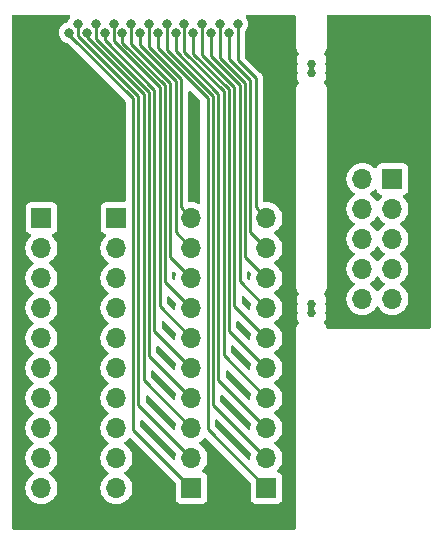
<source format=gbr>
%TF.GenerationSoftware,KiCad,Pcbnew,7.0.10*%
%TF.CreationDate,2024-02-11T00:06:51+01:00*%
%TF.ProjectId,ICOM-Internal-modules,49434f4d-2d49-46e7-9465-726e616c2d6d,rev?*%
%TF.SameCoordinates,Original*%
%TF.FileFunction,Copper,L2,Bot*%
%TF.FilePolarity,Positive*%
%FSLAX46Y46*%
G04 Gerber Fmt 4.6, Leading zero omitted, Abs format (unit mm)*
G04 Created by KiCad (PCBNEW 7.0.10) date 2024-02-11 00:06:51*
%MOMM*%
%LPD*%
G01*
G04 APERTURE LIST*
%TA.AperFunction,ComponentPad*%
%ADD10R,1.700000X1.700000*%
%TD*%
%TA.AperFunction,ComponentPad*%
%ADD11O,1.700000X1.700000*%
%TD*%
%TA.AperFunction,ViaPad*%
%ADD12C,0.800000*%
%TD*%
%TA.AperFunction,Conductor*%
%ADD13C,0.250000*%
%TD*%
G04 APERTURE END LIST*
D10*
%TO.P,J2,1*%
%TO.N,Net-(J1-Pad1)*%
X69850000Y-55880000D03*
D11*
%TO.P,J2,2*%
%TO.N,Net-(J1-Pad3)*%
X69850000Y-58420000D03*
%TO.P,J2,3*%
%TO.N,Net-(J1-Pad5)*%
X69850000Y-60960000D03*
%TO.P,J2,4*%
%TO.N,Net-(J1-Pad7)*%
X69850000Y-63500000D03*
%TO.P,J2,5*%
%TO.N,Net-(J1-Pad9)*%
X69850000Y-66040000D03*
%TO.P,J2,6*%
%TO.N,Net-(J1-Pad11)*%
X69850000Y-68580000D03*
%TO.P,J2,7*%
%TO.N,Net-(J1-Pad13)*%
X69850000Y-71120000D03*
%TO.P,J2,8*%
%TO.N,Net-(J1-Pad15)*%
X69850000Y-73660000D03*
%TO.P,J2,9*%
%TO.N,Net-(J1-Pad17)*%
X69850000Y-76200000D03*
%TO.P,J2,10*%
%TO.N,Net-(J1-Pad19)*%
X69850000Y-78740000D03*
%TD*%
D10*
%TO.P,J4,1*%
%TO.N,Net-(J1-Pad2)*%
X82550000Y-78740000D03*
D11*
%TO.P,J4,2*%
%TO.N,Net-(J1-Pad4)*%
X82550000Y-76200000D03*
%TO.P,J4,3*%
%TO.N,Net-(J1-Pad6)*%
X82550000Y-73660000D03*
%TO.P,J4,4*%
%TO.N,Net-(J1-Pad8)*%
X82550000Y-71120000D03*
%TO.P,J4,5*%
%TO.N,Net-(J1-Pad10)*%
X82550000Y-68580000D03*
%TO.P,J4,6*%
%TO.N,Net-(J1-Pad12)*%
X82550000Y-66040000D03*
%TO.P,J4,7*%
%TO.N,Net-(J1-Pad14)*%
X82550000Y-63500000D03*
%TO.P,J4,8*%
%TO.N,Net-(J1-Pad16)*%
X82550000Y-60960000D03*
%TO.P,J4,9*%
%TO.N,Net-(J1-Pad18)*%
X82550000Y-58420000D03*
%TO.P,J4,10*%
%TO.N,Net-(J1-Pad20)*%
X82550000Y-55880000D03*
%TD*%
D10*
%TO.P,J3,1*%
%TO.N,Net-(J1-Pad21)*%
X76200000Y-55880000D03*
D11*
%TO.P,J3,2*%
%TO.N,Net-(J1-Pad23)*%
X76200000Y-58420000D03*
%TO.P,J3,3*%
%TO.N,Net-(J1-Pad25)*%
X76200000Y-60960000D03*
%TO.P,J3,4*%
%TO.N,Net-(J1-Pad27)*%
X76200000Y-63500000D03*
%TO.P,J3,5*%
%TO.N,Net-(J1-Pad29)*%
X76200000Y-66040000D03*
%TO.P,J3,6*%
%TO.N,Net-(J1-Pad31)*%
X76200000Y-68580000D03*
%TO.P,J3,7*%
%TO.N,Net-(J1-Pad33)*%
X76200000Y-71120000D03*
%TO.P,J3,8*%
%TO.N,Net-(J1-Pad35)*%
X76200000Y-73660000D03*
%TO.P,J3,9*%
%TO.N,Net-(J1-Pad37)*%
X76200000Y-76200000D03*
%TO.P,J3,10*%
%TO.N,Net-(J1-Pad39)*%
X76200000Y-78740000D03*
%TD*%
D10*
%TO.P,J7,1*%
%TO.N,Net-(J6-Pad10)*%
X99568000Y-52557600D03*
D11*
%TO.P,J7,2*%
%TO.N,Net-(J6-Pad9)*%
X97028000Y-52557600D03*
%TO.P,J7,3*%
%TO.N,Net-(J6-Pad8)*%
X99568000Y-55097600D03*
%TO.P,J7,4*%
%TO.N,Net-(J6-Pad7)*%
X97028000Y-55097600D03*
%TO.P,J7,5*%
%TO.N,Net-(J6-Pad6)*%
X99568000Y-57637600D03*
%TO.P,J7,6*%
%TO.N,Net-(J6-Pad5)*%
X97028000Y-57637600D03*
%TO.P,J7,7*%
%TO.N,Net-(J6-Pad4)*%
X99568000Y-60177600D03*
%TO.P,J7,8*%
%TO.N,Net-(J6-Pad3)*%
X97028000Y-60177600D03*
%TO.P,J7,9*%
%TO.N,Net-(J6-Pad2)*%
X99568000Y-62717600D03*
%TO.P,J7,10*%
%TO.N,Net-(J6-Pad1)*%
X97028000Y-62717600D03*
%TD*%
D10*
%TO.P,J5,1*%
%TO.N,Net-(J1-Pad22)*%
X88900000Y-78740000D03*
D11*
%TO.P,J5,2*%
%TO.N,Net-(J1-Pad24)*%
X88900000Y-76200000D03*
%TO.P,J5,3*%
%TO.N,Net-(J1-Pad26)*%
X88900000Y-73660000D03*
%TO.P,J5,4*%
%TO.N,Net-(J1-Pad28)*%
X88900000Y-71120000D03*
%TO.P,J5,5*%
%TO.N,Net-(J1-Pad30)*%
X88900000Y-68580000D03*
%TO.P,J5,6*%
%TO.N,Net-(J1-Pad32)*%
X88900000Y-66040000D03*
%TO.P,J5,7*%
%TO.N,Net-(J1-Pad34)*%
X88900000Y-63500000D03*
%TO.P,J5,8*%
%TO.N,Net-(J1-Pad36)*%
X88900000Y-60960000D03*
%TO.P,J5,9*%
%TO.N,Net-(J1-Pad38)*%
X88900000Y-58420000D03*
%TO.P,J5,10*%
%TO.N,Net-(J1-Pad40)*%
X88900000Y-55880000D03*
%TD*%
D12*
%TO.N,Net-(J1-Pad2)*%
X72208000Y-40182000D03*
%TO.N,Net-(J1-Pad4)*%
X72958000Y-39432000D03*
%TO.N,Net-(J1-Pad6)*%
X73708000Y-40182000D03*
%TO.N,Net-(J1-Pad8)*%
X74458000Y-39432000D03*
%TO.N,Net-(J1-Pad10)*%
X75208000Y-40182000D03*
%TO.N,Net-(J1-Pad12)*%
X75958000Y-39436423D03*
%TO.N,Net-(J1-Pad14)*%
X76708000Y-40182000D03*
%TO.N,Net-(J1-Pad16)*%
X77458000Y-39432000D03*
%TO.N,Net-(J1-Pad18)*%
X78208000Y-40182000D03*
%TO.N,Net-(J1-Pad20)*%
X78958000Y-39432000D03*
%TO.N,Net-(J1-Pad22)*%
X79708000Y-40182000D03*
%TO.N,Net-(J1-Pad24)*%
X80458000Y-39432000D03*
%TO.N,Net-(J1-Pad26)*%
X81208000Y-40182000D03*
%TO.N,Net-(J1-Pad28)*%
X81958000Y-39432000D03*
%TO.N,Net-(J1-Pad30)*%
X82708000Y-40182000D03*
%TO.N,Net-(J1-Pad32)*%
X83458000Y-39432000D03*
%TO.N,Net-(J1-Pad34)*%
X84208000Y-40182000D03*
%TO.N,Net-(J1-Pad36)*%
X84958000Y-39432000D03*
%TO.N,Net-(J1-Pad38)*%
X85708000Y-40182000D03*
%TO.N,Net-(J1-Pad40)*%
X86458000Y-39432000D03*
%TD*%
D13*
%TO.N,Net-(J1-Pad2)*%
X77597000Y-73787000D02*
X77597000Y-45743400D01*
X77597000Y-45743400D02*
X72208000Y-40354400D01*
X72208000Y-40354400D02*
X72208000Y-40182000D01*
X82550000Y-78740000D02*
X77597000Y-73787000D01*
%TO.N,Net-(J1-Pad4)*%
X78047000Y-71697000D02*
X82550000Y-76200000D01*
X72958000Y-39432000D02*
X72958000Y-40468004D01*
X78047000Y-45557004D02*
X78047000Y-71697000D01*
X72958000Y-40468004D02*
X78047000Y-45557004D01*
%TO.N,Net-(J1-Pad6)*%
X78497000Y-45370608D02*
X73708000Y-40581608D01*
X73708000Y-40581608D02*
X73708000Y-40182000D01*
X82550000Y-73660000D02*
X78497000Y-69607000D01*
X78497000Y-69607000D02*
X78497000Y-45370608D01*
%TO.N,Net-(J1-Pad8)*%
X74458000Y-39432000D02*
X74458000Y-40695212D01*
X74458000Y-40695212D02*
X78947000Y-45184212D01*
X78947000Y-45184212D02*
X78947000Y-67517000D01*
X78947000Y-67517000D02*
X82550000Y-71120000D01*
%TO.N,Net-(J1-Pad10)*%
X79397000Y-65427000D02*
X79397000Y-44997816D01*
X75208000Y-40808816D02*
X75208000Y-40182000D01*
X82550000Y-68580000D02*
X79397000Y-65427000D01*
X79397000Y-44997816D02*
X75208000Y-40808816D01*
%TO.N,Net-(J1-Pad12)*%
X75958000Y-40922420D02*
X79847000Y-44811420D01*
X79847000Y-63337000D02*
X82550000Y-66040000D01*
X75958000Y-39436423D02*
X75958000Y-40922420D01*
X79847000Y-44811420D02*
X79847000Y-63337000D01*
%TO.N,Net-(J1-Pad14)*%
X80297000Y-44625024D02*
X76708000Y-41036024D01*
X80297000Y-61247000D02*
X80297000Y-44625024D01*
X82550000Y-63500000D02*
X80297000Y-61247000D01*
X76708000Y-41036024D02*
X76708000Y-40182000D01*
%TO.N,Net-(J1-Pad16)*%
X77458000Y-39432000D02*
X77458000Y-41149628D01*
X80747000Y-44438628D02*
X80747000Y-59157000D01*
X77458000Y-41149628D02*
X80747000Y-44438628D01*
X80747000Y-59157000D02*
X82550000Y-60960000D01*
%TO.N,Net-(J1-Pad18)*%
X78208000Y-41263232D02*
X78208000Y-40182000D01*
X82550000Y-58420000D02*
X81197000Y-57067000D01*
X81197000Y-57067000D02*
X81197000Y-44252232D01*
X81197000Y-44252232D02*
X78208000Y-41263232D01*
%TO.N,Net-(J1-Pad20)*%
X78933000Y-39457000D02*
X78958000Y-39432000D01*
X78933000Y-41351836D02*
X78933000Y-39457000D01*
X78933000Y-41351836D02*
X81647000Y-44065836D01*
X81647000Y-44065836D02*
X81647000Y-54977000D01*
X82550000Y-55880000D02*
X81647000Y-54977000D01*
%TO.N,Net-(J1-Pad22)*%
X79708000Y-41490440D02*
X79708000Y-40182000D01*
X88900000Y-78740000D02*
X83921600Y-73761600D01*
X83921600Y-73761600D02*
X83921600Y-45704040D01*
X83921600Y-45704040D02*
X79708000Y-41490440D01*
%TO.N,Net-(J1-Pad24)*%
X88900000Y-76200000D02*
X84371600Y-71671600D01*
X80458000Y-41604044D02*
X84371600Y-45517644D01*
X84371600Y-45517644D02*
X84371600Y-71671600D01*
X80458000Y-41604044D02*
X80458000Y-39432000D01*
%TO.N,Net-(J1-Pad26)*%
X81208000Y-40182000D02*
X81208000Y-41717648D01*
X84821600Y-45331248D02*
X81208000Y-41717648D01*
X84821600Y-69581600D02*
X88900000Y-73660000D01*
X84821600Y-69581600D02*
X84821600Y-45331248D01*
%TO.N,Net-(J1-Pad28)*%
X81958000Y-39432000D02*
X81958000Y-41831252D01*
X85271600Y-45144852D02*
X85271600Y-67491600D01*
X85271600Y-67491600D02*
X88900000Y-71120000D01*
X81958000Y-41831252D02*
X85271600Y-45144852D01*
%TO.N,Net-(J1-Pad30)*%
X82708000Y-40182000D02*
X82708000Y-41944856D01*
X85721600Y-65401600D02*
X88900000Y-68580000D01*
X85721600Y-44958456D02*
X82708000Y-41944856D01*
X85721600Y-65401600D02*
X85721600Y-44958456D01*
%TO.N,Net-(J1-Pad32)*%
X83458000Y-42058460D02*
X86171600Y-44772060D01*
X88900000Y-66040000D02*
X86171600Y-63311600D01*
X86171600Y-44772060D02*
X86171600Y-63311600D01*
X83458000Y-42058460D02*
X83458000Y-39432000D01*
%TO.N,Net-(J1-Pad34)*%
X86621600Y-61221600D02*
X86621600Y-44585664D01*
X84208000Y-40182000D02*
X84208000Y-42172064D01*
X86621600Y-61221600D02*
X88900000Y-63500000D01*
X86621600Y-44585664D02*
X84208000Y-42172064D01*
%TO.N,Net-(J1-Pad36)*%
X84983000Y-39457000D02*
X84983000Y-42310668D01*
X87071600Y-44399268D02*
X87071600Y-59131600D01*
X87071600Y-59131600D02*
X88900000Y-60960000D01*
X84983000Y-42310668D02*
X87071600Y-44399268D01*
X84958000Y-39432000D02*
X84983000Y-39457000D01*
%TO.N,Net-(J1-Pad38)*%
X87521600Y-57041600D02*
X88900000Y-58420000D01*
X87521600Y-44212872D02*
X85708000Y-42399272D01*
X85708000Y-40182000D02*
X85708000Y-42399272D01*
X87521600Y-57041600D02*
X87521600Y-44212872D01*
%TO.N,Net-(J1-Pad40)*%
X86458000Y-42512876D02*
X87971600Y-44026476D01*
X86458000Y-42512876D02*
X86458000Y-39432000D01*
X88900000Y-55880000D02*
X87971600Y-54951600D01*
X87971600Y-44026476D02*
X87971600Y-54951600D01*
%TD*%
%TA.AperFunction,NonConductor*%
G36*
X92911825Y-42472040D02*
G01*
X92961784Y-42520885D01*
X92972606Y-42546600D01*
X93000045Y-42640051D01*
X93062968Y-42737961D01*
X93082652Y-42805001D01*
X93062968Y-42872039D01*
X93000045Y-42969949D01*
X92959500Y-43108036D01*
X92959500Y-43251963D01*
X93000045Y-43390050D01*
X93062968Y-43487961D01*
X93082652Y-43555001D01*
X93062968Y-43622039D01*
X93000045Y-43719949D01*
X92972606Y-43813399D01*
X92934831Y-43872177D01*
X92871275Y-43901202D01*
X92843390Y-43902041D01*
X92768897Y-43895868D01*
X92710000Y-43890988D01*
X92709999Y-43890988D01*
X92576609Y-43902041D01*
X92508173Y-43887959D01*
X92458214Y-43839114D01*
X92447393Y-43813398D01*
X92419954Y-43719949D01*
X92419953Y-43719948D01*
X92419953Y-43719947D01*
X92357031Y-43622039D01*
X92337347Y-43555000D01*
X92357032Y-43487961D01*
X92357032Y-43487960D01*
X92419953Y-43390053D01*
X92460500Y-43251961D01*
X92460500Y-43108039D01*
X92419953Y-42969947D01*
X92357031Y-42872039D01*
X92337347Y-42805000D01*
X92357032Y-42737961D01*
X92357032Y-42737960D01*
X92419953Y-42640053D01*
X92447393Y-42546601D01*
X92485167Y-42487823D01*
X92548722Y-42458797D01*
X92576610Y-42457959D01*
X92709994Y-42469012D01*
X92710000Y-42469012D01*
X92710006Y-42469012D01*
X92843389Y-42457959D01*
X92911825Y-42472040D01*
G37*
%TD.AperFunction*%
%TA.AperFunction,NonConductor*%
G36*
X82477703Y-45145179D02*
G01*
X82484181Y-45151211D01*
X83259781Y-45926811D01*
X83293266Y-45988134D01*
X83296100Y-46014492D01*
X83296100Y-54543158D01*
X83276415Y-54610197D01*
X83223611Y-54655952D01*
X83154453Y-54665896D01*
X83119696Y-54655540D01*
X83013669Y-54606099D01*
X83013655Y-54606094D01*
X82785413Y-54544938D01*
X82785403Y-54544936D01*
X82550001Y-54524341D01*
X82549998Y-54524341D01*
X82407307Y-54536825D01*
X82338807Y-54523058D01*
X82288624Y-54474443D01*
X82272500Y-54413297D01*
X82272500Y-45238892D01*
X82292185Y-45171853D01*
X82344989Y-45126098D01*
X82414147Y-45116154D01*
X82477703Y-45145179D01*
G37*
%TD.AperFunction*%
%TA.AperFunction,NonConductor*%
G36*
X87452303Y-60397339D02*
G01*
X87458781Y-60403371D01*
X87559762Y-60504352D01*
X87593247Y-60565675D01*
X87591856Y-60624126D01*
X87564938Y-60724586D01*
X87564936Y-60724596D01*
X87544341Y-60959999D01*
X87544341Y-60960388D01*
X87544292Y-60960553D01*
X87543869Y-60965394D01*
X87542896Y-60965308D01*
X87524656Y-61027427D01*
X87471852Y-61073182D01*
X87402694Y-61083126D01*
X87339138Y-61054101D01*
X87332660Y-61048069D01*
X87283419Y-60998828D01*
X87249934Y-60937505D01*
X87247100Y-60911147D01*
X87247100Y-60491052D01*
X87266785Y-60424013D01*
X87319589Y-60378258D01*
X87388747Y-60368314D01*
X87452303Y-60397339D01*
G37*
%TD.AperFunction*%
%TA.AperFunction,NonConductor*%
G36*
X81127703Y-60422739D02*
G01*
X81134181Y-60428771D01*
X81209762Y-60504352D01*
X81243247Y-60565675D01*
X81241856Y-60624126D01*
X81214938Y-60724586D01*
X81214936Y-60724596D01*
X81194341Y-60959999D01*
X81194341Y-60960388D01*
X81194292Y-60960553D01*
X81193869Y-60965394D01*
X81192896Y-60965308D01*
X81174656Y-61027427D01*
X81121852Y-61073182D01*
X81052694Y-61083126D01*
X80989138Y-61054101D01*
X80982660Y-61048069D01*
X80958819Y-61024228D01*
X80925334Y-60962905D01*
X80922500Y-60936547D01*
X80922500Y-60516452D01*
X80942185Y-60449413D01*
X80994989Y-60403658D01*
X81064147Y-60393714D01*
X81127703Y-60422739D01*
G37*
%TD.AperFunction*%
%TA.AperFunction,NonConductor*%
G36*
X87002303Y-62487339D02*
G01*
X87008781Y-62493371D01*
X87559762Y-63044352D01*
X87593247Y-63105675D01*
X87591856Y-63164126D01*
X87564938Y-63264586D01*
X87564936Y-63264596D01*
X87544341Y-63499999D01*
X87544341Y-63500388D01*
X87544292Y-63500553D01*
X87543869Y-63505394D01*
X87542896Y-63505308D01*
X87524656Y-63567427D01*
X87471852Y-63613182D01*
X87402694Y-63623126D01*
X87339138Y-63594101D01*
X87332660Y-63588069D01*
X86833419Y-63088828D01*
X86799934Y-63027505D01*
X86797100Y-63001147D01*
X86797100Y-62581052D01*
X86816785Y-62514013D01*
X86869589Y-62468258D01*
X86938747Y-62458314D01*
X87002303Y-62487339D01*
G37*
%TD.AperFunction*%
%TA.AperFunction,NonConductor*%
G36*
X80677703Y-62512739D02*
G01*
X80684181Y-62518771D01*
X81209762Y-63044352D01*
X81243247Y-63105675D01*
X81241856Y-63164126D01*
X81214938Y-63264586D01*
X81214936Y-63264596D01*
X81194341Y-63499999D01*
X81194341Y-63500388D01*
X81194292Y-63500553D01*
X81193869Y-63505394D01*
X81192896Y-63505308D01*
X81174656Y-63567427D01*
X81121852Y-63613182D01*
X81052694Y-63623126D01*
X80989138Y-63594101D01*
X80982660Y-63588069D01*
X80508819Y-63114228D01*
X80475334Y-63052905D01*
X80472500Y-63026547D01*
X80472500Y-62606452D01*
X80492185Y-62539413D01*
X80544989Y-62493658D01*
X80614147Y-62483714D01*
X80677703Y-62512739D01*
G37*
%TD.AperFunction*%
%TA.AperFunction,NonConductor*%
G36*
X92599268Y-62779836D02*
G01*
X92709994Y-62789012D01*
X92710000Y-62789012D01*
X92710006Y-62789012D01*
X92831674Y-62778930D01*
X92900110Y-62793011D01*
X92950069Y-62841856D01*
X92960891Y-62867571D01*
X92988045Y-62960051D01*
X93050968Y-63057961D01*
X93070652Y-63125001D01*
X93050968Y-63192039D01*
X92988045Y-63289949D01*
X92947500Y-63428036D01*
X92947500Y-63571963D01*
X92988045Y-63710050D01*
X93050968Y-63807961D01*
X93070652Y-63875001D01*
X93050968Y-63942039D01*
X92988046Y-64039948D01*
X92960891Y-64132429D01*
X92923116Y-64191206D01*
X92859560Y-64220231D01*
X92831675Y-64221070D01*
X92774772Y-64216355D01*
X92710000Y-64210988D01*
X92709997Y-64210988D01*
X92709995Y-64210988D01*
X92709994Y-64210988D01*
X92564895Y-64223011D01*
X92496459Y-64208930D01*
X92446500Y-64160085D01*
X92435678Y-64134369D01*
X92407954Y-64039949D01*
X92407953Y-64039948D01*
X92407953Y-64039947D01*
X92345031Y-63942039D01*
X92325347Y-63875000D01*
X92345032Y-63807961D01*
X92345032Y-63807960D01*
X92407953Y-63710053D01*
X92448500Y-63571961D01*
X92448500Y-63428039D01*
X92435612Y-63384146D01*
X92407954Y-63289949D01*
X92407953Y-63289948D01*
X92407953Y-63289947D01*
X92345031Y-63192039D01*
X92325347Y-63125000D01*
X92345032Y-63057961D01*
X92345032Y-63057960D01*
X92353777Y-63044352D01*
X92407953Y-62960053D01*
X92435678Y-62865630D01*
X92473452Y-62806852D01*
X92537007Y-62777826D01*
X92564893Y-62776988D01*
X92599268Y-62779836D01*
G37*
%TD.AperFunction*%
%TA.AperFunction,NonConductor*%
G36*
X102766539Y-38674185D02*
G01*
X102812294Y-38726989D01*
X102823500Y-38778500D01*
X102823500Y-65107500D01*
X102803815Y-65174539D01*
X102751011Y-65220294D01*
X102699500Y-65231500D01*
X94087291Y-65231500D01*
X94020252Y-65211815D01*
X93974497Y-65159011D01*
X93970010Y-65147763D01*
X93919799Y-65001505D01*
X93919748Y-65001356D01*
X93815907Y-64809475D01*
X93815904Y-64809471D01*
X93815901Y-64809466D01*
X93787755Y-64773304D01*
X93762112Y-64708310D01*
X93775678Y-64639771D01*
X93804403Y-64603431D01*
X93830143Y-64581128D01*
X93907953Y-64460053D01*
X93948500Y-64321961D01*
X93948500Y-64178039D01*
X93939417Y-64147107D01*
X93907954Y-64039949D01*
X93907953Y-64039948D01*
X93907953Y-64039947D01*
X93845031Y-63942039D01*
X93825347Y-63875000D01*
X93845032Y-63807961D01*
X93845032Y-63807960D01*
X93907953Y-63710053D01*
X93948500Y-63571961D01*
X93948500Y-63428039D01*
X93935612Y-63384146D01*
X93907954Y-63289949D01*
X93907953Y-63289948D01*
X93907953Y-63289947D01*
X93845031Y-63192039D01*
X93825347Y-63125000D01*
X93845032Y-63057961D01*
X93845032Y-63057960D01*
X93853777Y-63044352D01*
X93907953Y-62960053D01*
X93948500Y-62821961D01*
X93948500Y-62717600D01*
X95672341Y-62717600D01*
X95692936Y-62953003D01*
X95692938Y-62953013D01*
X95754094Y-63181255D01*
X95754096Y-63181259D01*
X95754097Y-63181263D01*
X95834004Y-63352623D01*
X95853965Y-63395430D01*
X95853967Y-63395434D01*
X95962281Y-63550121D01*
X95989505Y-63589001D01*
X96156599Y-63756095D01*
X96230670Y-63807960D01*
X96350165Y-63891632D01*
X96350167Y-63891633D01*
X96350170Y-63891635D01*
X96564337Y-63991503D01*
X96792592Y-64052663D01*
X96980918Y-64069139D01*
X97027999Y-64073259D01*
X97028000Y-64073259D01*
X97028001Y-64073259D01*
X97067234Y-64069826D01*
X97263408Y-64052663D01*
X97491663Y-63991503D01*
X97705830Y-63891635D01*
X97899401Y-63756095D01*
X98066495Y-63589001D01*
X98196425Y-63403442D01*
X98251002Y-63359817D01*
X98320500Y-63352623D01*
X98382855Y-63384146D01*
X98399575Y-63403442D01*
X98529500Y-63588995D01*
X98529505Y-63589001D01*
X98696599Y-63756095D01*
X98770670Y-63807960D01*
X98890165Y-63891632D01*
X98890167Y-63891633D01*
X98890170Y-63891635D01*
X99104337Y-63991503D01*
X99332592Y-64052663D01*
X99520918Y-64069139D01*
X99567999Y-64073259D01*
X99568000Y-64073259D01*
X99568001Y-64073259D01*
X99607234Y-64069826D01*
X99803408Y-64052663D01*
X100031663Y-63991503D01*
X100245830Y-63891635D01*
X100439401Y-63756095D01*
X100606495Y-63589001D01*
X100742035Y-63395430D01*
X100841903Y-63181263D01*
X100903063Y-62953008D01*
X100923659Y-62717600D01*
X100903063Y-62482192D01*
X100848082Y-62276998D01*
X100841905Y-62253944D01*
X100841904Y-62253943D01*
X100841903Y-62253937D01*
X100742035Y-62039771D01*
X100736425Y-62031758D01*
X100606494Y-61846197D01*
X100439402Y-61679106D01*
X100439396Y-61679101D01*
X100253842Y-61549175D01*
X100210217Y-61494598D01*
X100203023Y-61425100D01*
X100234546Y-61362745D01*
X100253842Y-61346025D01*
X100303243Y-61311434D01*
X100439401Y-61216095D01*
X100606495Y-61049001D01*
X100742035Y-60855430D01*
X100841903Y-60641263D01*
X100903063Y-60413008D01*
X100923659Y-60177600D01*
X100903063Y-59942192D01*
X100841903Y-59713937D01*
X100742035Y-59499771D01*
X100736425Y-59491758D01*
X100606494Y-59306197D01*
X100439402Y-59139106D01*
X100439396Y-59139101D01*
X100253842Y-59009175D01*
X100210217Y-58954598D01*
X100203023Y-58885100D01*
X100234546Y-58822745D01*
X100253842Y-58806025D01*
X100276026Y-58790491D01*
X100439401Y-58676095D01*
X100606495Y-58509001D01*
X100742035Y-58315430D01*
X100841903Y-58101263D01*
X100903063Y-57873008D01*
X100923659Y-57637600D01*
X100903063Y-57402192D01*
X100841903Y-57173937D01*
X100742035Y-56959771D01*
X100736425Y-56951758D01*
X100606494Y-56766197D01*
X100439402Y-56599106D01*
X100439396Y-56599101D01*
X100253842Y-56469175D01*
X100210217Y-56414598D01*
X100203023Y-56345100D01*
X100234546Y-56282745D01*
X100253842Y-56266025D01*
X100276026Y-56250491D01*
X100439401Y-56136095D01*
X100606495Y-55969001D01*
X100742035Y-55775430D01*
X100841903Y-55561263D01*
X100903063Y-55333008D01*
X100923659Y-55097600D01*
X100903063Y-54862192D01*
X100852224Y-54672455D01*
X100841905Y-54633944D01*
X100841904Y-54633943D01*
X100841903Y-54633937D01*
X100742035Y-54419771D01*
X100736424Y-54411758D01*
X100606496Y-54226200D01*
X100606493Y-54226197D01*
X100484567Y-54104271D01*
X100451084Y-54042951D01*
X100456068Y-53973259D01*
X100497939Y-53917325D01*
X100528915Y-53900410D01*
X100660331Y-53851396D01*
X100775546Y-53765146D01*
X100861796Y-53649931D01*
X100912091Y-53515083D01*
X100918500Y-53455473D01*
X100918499Y-51659728D01*
X100912091Y-51600117D01*
X100910810Y-51596683D01*
X100861797Y-51465271D01*
X100861793Y-51465264D01*
X100775547Y-51350055D01*
X100775544Y-51350052D01*
X100660335Y-51263806D01*
X100660328Y-51263802D01*
X100525482Y-51213508D01*
X100525483Y-51213508D01*
X100465883Y-51207101D01*
X100465881Y-51207100D01*
X100465873Y-51207100D01*
X100465864Y-51207100D01*
X98670129Y-51207100D01*
X98670123Y-51207101D01*
X98610516Y-51213508D01*
X98475671Y-51263802D01*
X98475664Y-51263806D01*
X98360455Y-51350052D01*
X98360452Y-51350055D01*
X98274206Y-51465264D01*
X98274203Y-51465269D01*
X98225189Y-51596683D01*
X98183317Y-51652616D01*
X98117853Y-51677033D01*
X98049580Y-51662181D01*
X98021326Y-51641030D01*
X97899402Y-51519106D01*
X97899395Y-51519101D01*
X97705834Y-51383567D01*
X97705830Y-51383565D01*
X97705828Y-51383564D01*
X97491663Y-51283697D01*
X97491659Y-51283696D01*
X97491655Y-51283694D01*
X97263413Y-51222538D01*
X97263403Y-51222536D01*
X97028001Y-51201941D01*
X97027999Y-51201941D01*
X96792596Y-51222536D01*
X96792586Y-51222538D01*
X96564344Y-51283694D01*
X96564335Y-51283698D01*
X96350171Y-51383564D01*
X96350169Y-51383565D01*
X96156597Y-51519105D01*
X95989505Y-51686197D01*
X95853965Y-51879769D01*
X95853964Y-51879771D01*
X95754098Y-52093935D01*
X95754094Y-52093944D01*
X95692938Y-52322186D01*
X95692936Y-52322196D01*
X95672341Y-52557599D01*
X95672341Y-52557600D01*
X95692936Y-52793003D01*
X95692938Y-52793013D01*
X95754094Y-53021255D01*
X95754096Y-53021259D01*
X95754097Y-53021263D01*
X95838499Y-53202263D01*
X95853965Y-53235430D01*
X95853967Y-53235434D01*
X95989501Y-53428995D01*
X95989506Y-53429002D01*
X96156597Y-53596093D01*
X96156603Y-53596098D01*
X96342158Y-53726025D01*
X96385783Y-53780602D01*
X96392977Y-53850100D01*
X96361454Y-53912455D01*
X96342158Y-53929175D01*
X96156597Y-54059105D01*
X95989505Y-54226197D01*
X95853965Y-54419769D01*
X95853964Y-54419771D01*
X95754098Y-54633935D01*
X95754094Y-54633944D01*
X95692938Y-54862186D01*
X95692936Y-54862196D01*
X95672341Y-55097599D01*
X95672341Y-55097600D01*
X95692936Y-55333003D01*
X95692938Y-55333013D01*
X95754094Y-55561255D01*
X95754096Y-55561259D01*
X95754097Y-55561263D01*
X95792954Y-55644592D01*
X95853965Y-55775430D01*
X95853967Y-55775434D01*
X95927185Y-55879999D01*
X95989501Y-55968996D01*
X95989506Y-55969002D01*
X96156597Y-56136093D01*
X96156603Y-56136098D01*
X96342158Y-56266025D01*
X96385783Y-56320602D01*
X96392977Y-56390100D01*
X96361454Y-56452455D01*
X96342158Y-56469175D01*
X96156597Y-56599105D01*
X95989505Y-56766197D01*
X95853965Y-56959769D01*
X95853964Y-56959771D01*
X95754098Y-57173935D01*
X95754094Y-57173944D01*
X95692938Y-57402186D01*
X95692936Y-57402196D01*
X95672341Y-57637599D01*
X95672341Y-57637600D01*
X95692936Y-57873003D01*
X95692938Y-57873013D01*
X95754094Y-58101255D01*
X95754096Y-58101259D01*
X95754097Y-58101263D01*
X95792954Y-58184592D01*
X95853965Y-58315430D01*
X95853967Y-58315434D01*
X95927185Y-58419999D01*
X95989501Y-58508996D01*
X95989506Y-58509002D01*
X96156597Y-58676093D01*
X96156603Y-58676098D01*
X96342158Y-58806025D01*
X96385783Y-58860602D01*
X96392977Y-58930100D01*
X96361454Y-58992455D01*
X96342158Y-59009175D01*
X96156597Y-59139105D01*
X95989505Y-59306197D01*
X95853965Y-59499769D01*
X95853964Y-59499771D01*
X95754098Y-59713935D01*
X95754094Y-59713944D01*
X95692938Y-59942186D01*
X95692936Y-59942196D01*
X95672341Y-60177599D01*
X95672341Y-60177600D01*
X95692936Y-60413003D01*
X95692938Y-60413013D01*
X95754094Y-60641255D01*
X95754096Y-60641259D01*
X95754097Y-60641263D01*
X95792954Y-60724592D01*
X95853965Y-60855430D01*
X95853967Y-60855434D01*
X95946728Y-60987909D01*
X95989501Y-61048996D01*
X95989506Y-61049002D01*
X96156597Y-61216093D01*
X96156603Y-61216098D01*
X96342158Y-61346025D01*
X96385783Y-61400602D01*
X96392977Y-61470100D01*
X96361454Y-61532455D01*
X96342158Y-61549175D01*
X96156597Y-61679105D01*
X95989505Y-61846197D01*
X95853965Y-62039769D01*
X95853964Y-62039771D01*
X95754098Y-62253935D01*
X95754094Y-62253944D01*
X95692938Y-62482186D01*
X95692936Y-62482196D01*
X95672341Y-62717599D01*
X95672341Y-62717600D01*
X93948500Y-62717600D01*
X93948500Y-62678039D01*
X93933983Y-62628597D01*
X93907954Y-62539949D01*
X93891286Y-62514013D01*
X93830143Y-62418872D01*
X93804405Y-62396570D01*
X93766630Y-62337792D01*
X93766630Y-62267923D01*
X93787752Y-62226697D01*
X93815907Y-62190525D01*
X93919748Y-61998644D01*
X93990589Y-61792289D01*
X94026500Y-61577088D01*
X94026500Y-61468000D01*
X94026500Y-61420405D01*
X94026500Y-45184156D01*
X94026500Y-45102912D01*
X93990589Y-44887711D01*
X93919748Y-44681356D01*
X93815907Y-44489475D01*
X93792586Y-44459513D01*
X93766945Y-44394519D01*
X93780512Y-44325979D01*
X93809235Y-44289641D01*
X93842143Y-44261128D01*
X93919953Y-44140053D01*
X93960500Y-44001961D01*
X93960500Y-43858039D01*
X93950400Y-43823641D01*
X93919954Y-43719949D01*
X93919953Y-43719948D01*
X93919953Y-43719947D01*
X93857031Y-43622039D01*
X93837347Y-43555000D01*
X93857032Y-43487961D01*
X93857032Y-43487960D01*
X93919953Y-43390053D01*
X93960500Y-43251961D01*
X93960500Y-43108039D01*
X93919953Y-42969947D01*
X93857031Y-42872039D01*
X93837347Y-42805000D01*
X93857032Y-42737961D01*
X93857032Y-42737960D01*
X93919953Y-42640053D01*
X93960500Y-42501961D01*
X93960500Y-42358039D01*
X93919953Y-42219947D01*
X93842143Y-42098872D01*
X93809237Y-42070359D01*
X93771464Y-42011581D01*
X93771464Y-41941712D01*
X93792588Y-41900484D01*
X93815907Y-41870525D01*
X93919748Y-41678644D01*
X93990589Y-41472289D01*
X94026500Y-41257088D01*
X94026500Y-41148000D01*
X94026500Y-41100405D01*
X94026500Y-38778500D01*
X94046185Y-38711461D01*
X94098989Y-38665706D01*
X94150500Y-38654500D01*
X102699500Y-38654500D01*
X102766539Y-38674185D01*
G37*
%TD.AperFunction*%
%TA.AperFunction,NonConductor*%
G36*
X98152340Y-53445668D02*
G01*
X98208274Y-53487539D01*
X98225189Y-53518517D01*
X98274202Y-53649928D01*
X98274206Y-53649935D01*
X98360452Y-53765144D01*
X98360455Y-53765147D01*
X98475664Y-53851393D01*
X98475671Y-53851397D01*
X98607081Y-53900410D01*
X98663015Y-53942281D01*
X98687432Y-54007745D01*
X98672580Y-54076018D01*
X98651430Y-54104273D01*
X98529503Y-54226200D01*
X98399575Y-54411758D01*
X98344998Y-54455383D01*
X98275500Y-54462577D01*
X98213145Y-54431054D01*
X98196425Y-54411758D01*
X98066494Y-54226197D01*
X97899402Y-54059106D01*
X97899396Y-54059101D01*
X97713842Y-53929175D01*
X97670217Y-53874598D01*
X97663023Y-53805100D01*
X97694546Y-53742745D01*
X97713842Y-53726025D01*
X97736026Y-53710491D01*
X97899401Y-53596095D01*
X98021329Y-53474166D01*
X98082648Y-53440684D01*
X98152340Y-53445668D01*
G37*
%TD.AperFunction*%
%TA.AperFunction,NonConductor*%
G36*
X98382855Y-55764146D02*
G01*
X98399575Y-55783442D01*
X98529501Y-55968996D01*
X98529506Y-55969002D01*
X98696597Y-56136093D01*
X98696603Y-56136098D01*
X98882158Y-56266025D01*
X98925783Y-56320602D01*
X98932977Y-56390100D01*
X98901454Y-56452455D01*
X98882158Y-56469175D01*
X98696597Y-56599105D01*
X98529505Y-56766197D01*
X98399575Y-56951758D01*
X98344998Y-56995383D01*
X98275500Y-57002577D01*
X98213145Y-56971054D01*
X98196425Y-56951758D01*
X98066494Y-56766197D01*
X97899402Y-56599106D01*
X97899396Y-56599101D01*
X97713842Y-56469175D01*
X97670217Y-56414598D01*
X97663023Y-56345100D01*
X97694546Y-56282745D01*
X97713842Y-56266025D01*
X97736026Y-56250491D01*
X97899401Y-56136095D01*
X98066495Y-55969001D01*
X98196425Y-55783442D01*
X98251002Y-55739817D01*
X98320500Y-55732623D01*
X98382855Y-55764146D01*
G37*
%TD.AperFunction*%
%TA.AperFunction,NonConductor*%
G36*
X98382855Y-58304146D02*
G01*
X98399575Y-58323442D01*
X98529501Y-58508996D01*
X98529506Y-58509002D01*
X98696597Y-58676093D01*
X98696603Y-58676098D01*
X98882158Y-58806025D01*
X98925783Y-58860602D01*
X98932977Y-58930100D01*
X98901454Y-58992455D01*
X98882158Y-59009175D01*
X98696597Y-59139105D01*
X98529505Y-59306197D01*
X98399575Y-59491758D01*
X98344998Y-59535383D01*
X98275500Y-59542577D01*
X98213145Y-59511054D01*
X98196425Y-59491758D01*
X98066494Y-59306197D01*
X97899402Y-59139106D01*
X97899396Y-59139101D01*
X97713842Y-59009175D01*
X97670217Y-58954598D01*
X97663023Y-58885100D01*
X97694546Y-58822745D01*
X97713842Y-58806025D01*
X97736026Y-58790491D01*
X97899401Y-58676095D01*
X98066495Y-58509001D01*
X98196425Y-58323442D01*
X98251002Y-58279817D01*
X98320500Y-58272623D01*
X98382855Y-58304146D01*
G37*
%TD.AperFunction*%
%TA.AperFunction,NonConductor*%
G36*
X98382855Y-60844146D02*
G01*
X98399575Y-60863442D01*
X98529501Y-61048996D01*
X98529506Y-61049002D01*
X98696597Y-61216093D01*
X98696603Y-61216098D01*
X98882158Y-61346025D01*
X98925783Y-61400602D01*
X98932977Y-61470100D01*
X98901454Y-61532455D01*
X98882158Y-61549175D01*
X98696597Y-61679105D01*
X98529505Y-61846197D01*
X98399575Y-62031758D01*
X98344998Y-62075383D01*
X98275500Y-62082577D01*
X98213145Y-62051054D01*
X98196425Y-62031758D01*
X98066494Y-61846197D01*
X97899402Y-61679106D01*
X97899396Y-61679101D01*
X97713842Y-61549175D01*
X97670217Y-61494598D01*
X97663023Y-61425100D01*
X97694546Y-61362745D01*
X97713842Y-61346025D01*
X97763243Y-61311434D01*
X97899401Y-61216095D01*
X98066495Y-61049001D01*
X98196425Y-60863442D01*
X98251002Y-60819817D01*
X98320500Y-60812623D01*
X98382855Y-60844146D01*
G37*
%TD.AperFunction*%
%TA.AperFunction,NonConductor*%
G36*
X86552303Y-64577339D02*
G01*
X86558781Y-64583371D01*
X87559762Y-65584352D01*
X87593247Y-65645675D01*
X87591856Y-65704126D01*
X87564938Y-65804586D01*
X87564936Y-65804596D01*
X87544341Y-66039999D01*
X87544341Y-66040388D01*
X87544292Y-66040553D01*
X87543869Y-66045394D01*
X87542896Y-66045308D01*
X87524656Y-66107427D01*
X87471852Y-66153182D01*
X87402694Y-66163126D01*
X87339138Y-66134101D01*
X87332660Y-66128069D01*
X86383419Y-65178828D01*
X86349934Y-65117505D01*
X86347100Y-65091147D01*
X86347100Y-64671052D01*
X86366785Y-64604013D01*
X86419589Y-64558258D01*
X86488747Y-64548314D01*
X86552303Y-64577339D01*
G37*
%TD.AperFunction*%
%TA.AperFunction,NonConductor*%
G36*
X80227703Y-64602739D02*
G01*
X80234181Y-64608771D01*
X81209762Y-65584352D01*
X81243247Y-65645675D01*
X81241856Y-65704126D01*
X81214938Y-65804586D01*
X81214936Y-65804596D01*
X81194341Y-66039999D01*
X81194341Y-66040388D01*
X81194292Y-66040553D01*
X81193869Y-66045394D01*
X81192896Y-66045308D01*
X81174656Y-66107427D01*
X81121852Y-66153182D01*
X81052694Y-66163126D01*
X80989138Y-66134101D01*
X80982660Y-66128069D01*
X80058819Y-65204228D01*
X80025334Y-65142905D01*
X80022500Y-65116547D01*
X80022500Y-64696452D01*
X80042185Y-64629413D01*
X80094989Y-64583658D01*
X80164147Y-64573714D01*
X80227703Y-64602739D01*
G37*
%TD.AperFunction*%
%TA.AperFunction,NonConductor*%
G36*
X86102303Y-66667339D02*
G01*
X86108779Y-66673369D01*
X86841374Y-67405965D01*
X87559761Y-68124352D01*
X87593246Y-68185675D01*
X87591855Y-68244124D01*
X87564937Y-68344589D01*
X87564937Y-68344590D01*
X87544341Y-68579999D01*
X87544341Y-68580388D01*
X87544292Y-68580553D01*
X87543869Y-68585394D01*
X87542896Y-68585308D01*
X87524656Y-68647427D01*
X87471852Y-68693182D01*
X87402694Y-68703126D01*
X87339138Y-68674101D01*
X87332660Y-68668069D01*
X85933419Y-67268828D01*
X85899934Y-67207505D01*
X85897100Y-67181147D01*
X85897100Y-66761052D01*
X85916785Y-66694013D01*
X85969589Y-66648258D01*
X86038747Y-66638314D01*
X86102303Y-66667339D01*
G37*
%TD.AperFunction*%
%TA.AperFunction,NonConductor*%
G36*
X79777703Y-66692739D02*
G01*
X79784179Y-66698769D01*
X80496984Y-67411575D01*
X81209761Y-68124352D01*
X81243246Y-68185675D01*
X81241855Y-68244124D01*
X81214937Y-68344589D01*
X81214937Y-68344590D01*
X81194341Y-68579999D01*
X81194341Y-68580388D01*
X81194292Y-68580553D01*
X81193869Y-68585394D01*
X81192896Y-68585308D01*
X81174656Y-68647427D01*
X81121852Y-68693182D01*
X81052694Y-68703126D01*
X80989138Y-68674101D01*
X80982660Y-68668069D01*
X79608819Y-67294228D01*
X79575334Y-67232905D01*
X79572500Y-67206547D01*
X79572500Y-66786452D01*
X79592185Y-66719413D01*
X79644989Y-66673658D01*
X79714147Y-66663714D01*
X79777703Y-66692739D01*
G37*
%TD.AperFunction*%
%TA.AperFunction,NonConductor*%
G36*
X85652303Y-68757339D02*
G01*
X85658779Y-68763369D01*
X86643834Y-69748425D01*
X87559761Y-70664352D01*
X87593246Y-70725675D01*
X87591855Y-70784124D01*
X87564937Y-70884589D01*
X87564937Y-70884590D01*
X87544341Y-71119999D01*
X87544341Y-71120388D01*
X87544292Y-71120553D01*
X87543869Y-71125394D01*
X87542896Y-71125308D01*
X87524656Y-71187427D01*
X87471852Y-71233182D01*
X87402694Y-71243126D01*
X87339138Y-71214101D01*
X87332660Y-71208069D01*
X85483419Y-69358828D01*
X85449934Y-69297505D01*
X85447100Y-69271147D01*
X85447100Y-68851052D01*
X85466785Y-68784013D01*
X85519589Y-68738258D01*
X85588747Y-68728314D01*
X85652303Y-68757339D01*
G37*
%TD.AperFunction*%
%TA.AperFunction,NonConductor*%
G36*
X79327703Y-68782739D02*
G01*
X79334179Y-68788769D01*
X80293834Y-69748425D01*
X81209761Y-70664352D01*
X81243246Y-70725675D01*
X81241855Y-70784124D01*
X81214937Y-70884589D01*
X81214937Y-70884590D01*
X81194341Y-71119999D01*
X81194341Y-71120388D01*
X81194292Y-71120553D01*
X81193869Y-71125394D01*
X81192896Y-71125308D01*
X81174656Y-71187427D01*
X81121852Y-71233182D01*
X81052694Y-71243126D01*
X80989138Y-71214101D01*
X80982660Y-71208069D01*
X79158819Y-69384228D01*
X79125334Y-69322905D01*
X79122500Y-69296547D01*
X79122500Y-68876452D01*
X79142185Y-68809413D01*
X79194989Y-68763658D01*
X79264147Y-68753714D01*
X79327703Y-68782739D01*
G37*
%TD.AperFunction*%
%TA.AperFunction,NonConductor*%
G36*
X85202303Y-70847339D02*
G01*
X85208781Y-70853371D01*
X87559762Y-73204352D01*
X87593247Y-73265675D01*
X87591856Y-73324126D01*
X87564938Y-73424586D01*
X87564936Y-73424596D01*
X87544341Y-73659999D01*
X87544341Y-73660388D01*
X87544292Y-73660553D01*
X87543869Y-73665394D01*
X87542896Y-73665308D01*
X87524656Y-73727427D01*
X87471852Y-73773182D01*
X87402694Y-73783126D01*
X87339138Y-73754101D01*
X87332660Y-73748069D01*
X85033419Y-71448828D01*
X84999934Y-71387505D01*
X84997100Y-71361147D01*
X84997100Y-70941052D01*
X85016785Y-70874013D01*
X85069589Y-70828258D01*
X85138747Y-70818314D01*
X85202303Y-70847339D01*
G37*
%TD.AperFunction*%
%TA.AperFunction,NonConductor*%
G36*
X78877703Y-70872739D02*
G01*
X78884181Y-70878771D01*
X81209762Y-73204352D01*
X81243247Y-73265675D01*
X81241856Y-73324126D01*
X81214938Y-73424586D01*
X81214936Y-73424596D01*
X81194341Y-73659999D01*
X81194341Y-73660388D01*
X81194292Y-73660553D01*
X81193869Y-73665394D01*
X81192896Y-73665308D01*
X81174656Y-73727427D01*
X81121852Y-73773182D01*
X81052694Y-73783126D01*
X80989138Y-73754101D01*
X80982660Y-73748069D01*
X78708819Y-71474228D01*
X78675334Y-71412905D01*
X78672500Y-71386547D01*
X78672500Y-70966452D01*
X78692185Y-70899413D01*
X78744989Y-70853658D01*
X78814147Y-70843714D01*
X78877703Y-70872739D01*
G37*
%TD.AperFunction*%
%TA.AperFunction,NonConductor*%
G36*
X84752303Y-72937339D02*
G01*
X84758781Y-72943371D01*
X87559762Y-75744352D01*
X87593247Y-75805675D01*
X87591856Y-75864126D01*
X87564938Y-75964586D01*
X87564936Y-75964596D01*
X87544341Y-76199999D01*
X87544341Y-76200388D01*
X87544292Y-76200553D01*
X87543869Y-76205394D01*
X87542896Y-76205308D01*
X87524656Y-76267427D01*
X87471852Y-76313182D01*
X87402694Y-76323126D01*
X87339138Y-76294101D01*
X87332660Y-76288069D01*
X84583419Y-73538828D01*
X84549934Y-73477505D01*
X84547100Y-73451147D01*
X84547100Y-73031052D01*
X84566785Y-72964013D01*
X84619589Y-72918258D01*
X84688747Y-72908314D01*
X84752303Y-72937339D01*
G37*
%TD.AperFunction*%
%TA.AperFunction,NonConductor*%
G36*
X78427703Y-72962739D02*
G01*
X78434181Y-72968771D01*
X81209762Y-75744352D01*
X81243247Y-75805675D01*
X81241856Y-75864126D01*
X81214938Y-75964586D01*
X81214936Y-75964596D01*
X81194341Y-76199999D01*
X81194341Y-76200388D01*
X81194292Y-76200553D01*
X81193869Y-76205394D01*
X81192896Y-76205308D01*
X81174656Y-76267427D01*
X81121852Y-76313182D01*
X81052694Y-76323126D01*
X80989138Y-76294101D01*
X80982660Y-76288069D01*
X78258819Y-73564228D01*
X78225334Y-73502905D01*
X78222500Y-73476547D01*
X78222500Y-73056452D01*
X78242185Y-72989413D01*
X78294989Y-72943658D01*
X78364147Y-72933714D01*
X78427703Y-72962739D01*
G37*
%TD.AperFunction*%
%TA.AperFunction,NonConductor*%
G36*
X72234852Y-38674185D02*
G01*
X72280607Y-38726989D01*
X72290551Y-38796147D01*
X72261526Y-38859703D01*
X72259963Y-38861472D01*
X72225466Y-38899784D01*
X72130821Y-39063715D01*
X72130819Y-39063719D01*
X72078227Y-39225581D01*
X72038789Y-39283256D01*
X71986079Y-39308552D01*
X71928194Y-39320856D01*
X71928192Y-39320857D01*
X71755270Y-39397848D01*
X71755265Y-39397851D01*
X71602129Y-39509111D01*
X71475466Y-39649785D01*
X71380821Y-39813715D01*
X71380818Y-39813722D01*
X71331921Y-39964214D01*
X71322326Y-39993744D01*
X71302540Y-40182000D01*
X71322326Y-40370256D01*
X71322327Y-40370259D01*
X71380818Y-40550277D01*
X71380821Y-40550284D01*
X71475467Y-40714216D01*
X71602129Y-40854888D01*
X71755265Y-40966148D01*
X71755270Y-40966151D01*
X71928197Y-41043144D01*
X71998890Y-41058170D01*
X72060369Y-41091360D01*
X72060788Y-41091778D01*
X76935181Y-45966171D01*
X76968666Y-46027494D01*
X76971500Y-46053852D01*
X76971500Y-54405500D01*
X76951815Y-54472539D01*
X76899011Y-54518294D01*
X76847500Y-54529500D01*
X75302129Y-54529500D01*
X75302123Y-54529501D01*
X75242516Y-54535908D01*
X75107671Y-54586202D01*
X75107664Y-54586206D01*
X74992455Y-54672452D01*
X74992452Y-54672455D01*
X74906206Y-54787664D01*
X74906202Y-54787671D01*
X74855908Y-54922517D01*
X74849501Y-54982116D01*
X74849501Y-54982123D01*
X74849500Y-54982135D01*
X74849500Y-56777870D01*
X74849501Y-56777876D01*
X74855908Y-56837483D01*
X74906202Y-56972328D01*
X74906206Y-56972335D01*
X74992452Y-57087544D01*
X74992455Y-57087547D01*
X75107664Y-57173793D01*
X75107671Y-57173797D01*
X75239081Y-57222810D01*
X75295015Y-57264681D01*
X75319432Y-57330145D01*
X75304580Y-57398418D01*
X75283430Y-57426673D01*
X75161503Y-57548600D01*
X75025965Y-57742169D01*
X75025964Y-57742171D01*
X74926098Y-57956335D01*
X74926094Y-57956344D01*
X74864938Y-58184586D01*
X74864936Y-58184596D01*
X74844341Y-58419999D01*
X74844341Y-58420000D01*
X74864936Y-58655403D01*
X74864938Y-58655413D01*
X74926094Y-58883655D01*
X74926096Y-58883659D01*
X74926097Y-58883663D01*
X75025965Y-59097830D01*
X75025967Y-59097834D01*
X75161501Y-59291395D01*
X75161506Y-59291402D01*
X75328597Y-59458493D01*
X75328603Y-59458498D01*
X75514158Y-59588425D01*
X75557783Y-59643002D01*
X75564977Y-59712500D01*
X75533454Y-59774855D01*
X75514158Y-59791575D01*
X75328597Y-59921505D01*
X75161505Y-60088597D01*
X75025965Y-60282169D01*
X75025964Y-60282171D01*
X74926098Y-60496335D01*
X74926094Y-60496344D01*
X74864938Y-60724586D01*
X74864936Y-60724596D01*
X74844341Y-60959999D01*
X74844341Y-60960000D01*
X74864936Y-61195403D01*
X74864938Y-61195413D01*
X74926094Y-61423655D01*
X74926096Y-61423659D01*
X74926097Y-61423663D01*
X75021015Y-61627214D01*
X75025965Y-61637830D01*
X75025967Y-61637834D01*
X75161501Y-61831395D01*
X75161506Y-61831402D01*
X75328597Y-61998493D01*
X75328603Y-61998498D01*
X75514158Y-62128425D01*
X75557783Y-62183002D01*
X75564977Y-62252500D01*
X75533454Y-62314855D01*
X75514158Y-62331575D01*
X75328597Y-62461505D01*
X75161505Y-62628597D01*
X75025965Y-62822169D01*
X75025964Y-62822171D01*
X74926098Y-63036335D01*
X74926094Y-63036344D01*
X74864938Y-63264586D01*
X74864936Y-63264596D01*
X74844341Y-63499999D01*
X74844341Y-63500000D01*
X74864936Y-63735403D01*
X74864938Y-63735413D01*
X74926094Y-63963655D01*
X74926096Y-63963659D01*
X74926097Y-63963663D01*
X74961670Y-64039949D01*
X75025965Y-64177830D01*
X75025967Y-64177834D01*
X75161501Y-64371395D01*
X75161506Y-64371402D01*
X75328597Y-64538493D01*
X75328603Y-64538498D01*
X75514158Y-64668425D01*
X75557783Y-64723002D01*
X75564977Y-64792500D01*
X75533454Y-64854855D01*
X75514158Y-64871575D01*
X75328597Y-65001505D01*
X75161505Y-65168597D01*
X75025965Y-65362169D01*
X75025964Y-65362171D01*
X74959925Y-65503793D01*
X74927226Y-65573917D01*
X74926098Y-65576335D01*
X74926094Y-65576344D01*
X74864938Y-65804586D01*
X74864936Y-65804596D01*
X74844341Y-66039999D01*
X74844341Y-66040000D01*
X74864936Y-66275403D01*
X74864938Y-66275413D01*
X74926094Y-66503655D01*
X74926096Y-66503659D01*
X74926097Y-66503663D01*
X74988886Y-66638314D01*
X75025965Y-66717830D01*
X75025967Y-66717834D01*
X75161501Y-66911395D01*
X75161506Y-66911402D01*
X75328597Y-67078493D01*
X75328603Y-67078498D01*
X75514158Y-67208425D01*
X75557783Y-67263002D01*
X75564977Y-67332500D01*
X75533454Y-67394855D01*
X75514158Y-67411575D01*
X75328597Y-67541505D01*
X75161505Y-67708597D01*
X75025965Y-67902169D01*
X75025964Y-67902171D01*
X74926098Y-68116335D01*
X74926094Y-68116344D01*
X74864938Y-68344586D01*
X74864936Y-68344596D01*
X74844341Y-68579999D01*
X74844341Y-68580000D01*
X74864936Y-68815403D01*
X74864938Y-68815413D01*
X74926094Y-69043655D01*
X74926096Y-69043659D01*
X74926097Y-69043663D01*
X75025965Y-69257830D01*
X75025967Y-69257834D01*
X75161501Y-69451395D01*
X75161506Y-69451402D01*
X75328597Y-69618493D01*
X75328603Y-69618498D01*
X75514158Y-69748425D01*
X75557783Y-69803002D01*
X75564977Y-69872500D01*
X75533454Y-69934855D01*
X75514158Y-69951575D01*
X75328597Y-70081505D01*
X75161505Y-70248597D01*
X75025965Y-70442169D01*
X75025964Y-70442171D01*
X74926098Y-70656335D01*
X74926094Y-70656344D01*
X74864938Y-70884586D01*
X74864936Y-70884596D01*
X74844341Y-71119999D01*
X74844341Y-71120000D01*
X74864936Y-71355403D01*
X74864938Y-71355413D01*
X74926094Y-71583655D01*
X74926096Y-71583659D01*
X74926097Y-71583663D01*
X75025965Y-71797830D01*
X75025967Y-71797834D01*
X75161501Y-71991395D01*
X75161506Y-71991402D01*
X75328597Y-72158493D01*
X75328603Y-72158498D01*
X75514158Y-72288425D01*
X75557783Y-72343002D01*
X75564977Y-72412500D01*
X75533454Y-72474855D01*
X75514158Y-72491575D01*
X75328597Y-72621505D01*
X75161505Y-72788597D01*
X75025965Y-72982169D01*
X75025964Y-72982171D01*
X74926098Y-73196335D01*
X74926094Y-73196344D01*
X74864938Y-73424586D01*
X74864936Y-73424596D01*
X74844341Y-73659999D01*
X74844341Y-73660000D01*
X74864936Y-73895403D01*
X74864938Y-73895413D01*
X74926094Y-74123655D01*
X74926096Y-74123659D01*
X74926097Y-74123663D01*
X75025965Y-74337830D01*
X75025967Y-74337834D01*
X75161501Y-74531395D01*
X75161506Y-74531402D01*
X75328597Y-74698493D01*
X75328603Y-74698498D01*
X75514158Y-74828425D01*
X75557783Y-74883002D01*
X75564977Y-74952500D01*
X75533454Y-75014855D01*
X75514158Y-75031575D01*
X75328597Y-75161505D01*
X75161505Y-75328597D01*
X75025965Y-75522169D01*
X75025964Y-75522171D01*
X74926098Y-75736335D01*
X74926094Y-75736344D01*
X74864938Y-75964586D01*
X74864936Y-75964596D01*
X74844341Y-76199999D01*
X74844341Y-76200000D01*
X74864936Y-76435403D01*
X74864938Y-76435413D01*
X74926094Y-76663655D01*
X74926096Y-76663659D01*
X74926097Y-76663663D01*
X75025965Y-76877830D01*
X75025967Y-76877834D01*
X75134281Y-77032521D01*
X75161501Y-77071396D01*
X75161506Y-77071402D01*
X75328597Y-77238493D01*
X75328603Y-77238498D01*
X75514158Y-77368425D01*
X75557783Y-77423002D01*
X75564977Y-77492500D01*
X75533454Y-77554855D01*
X75514158Y-77571575D01*
X75328597Y-77701505D01*
X75161505Y-77868597D01*
X75025965Y-78062169D01*
X75025964Y-78062171D01*
X74926098Y-78276335D01*
X74926094Y-78276344D01*
X74864938Y-78504586D01*
X74864936Y-78504596D01*
X74844341Y-78739999D01*
X74844341Y-78740000D01*
X74864936Y-78975403D01*
X74864938Y-78975413D01*
X74926094Y-79203655D01*
X74926096Y-79203659D01*
X74926097Y-79203663D01*
X75025965Y-79417830D01*
X75025967Y-79417834D01*
X75134281Y-79572521D01*
X75161505Y-79611401D01*
X75328599Y-79778495D01*
X75425384Y-79846265D01*
X75522165Y-79914032D01*
X75522167Y-79914033D01*
X75522170Y-79914035D01*
X75736337Y-80013903D01*
X75964592Y-80075063D01*
X76141034Y-80090500D01*
X76199999Y-80095659D01*
X76200000Y-80095659D01*
X76200001Y-80095659D01*
X76258966Y-80090500D01*
X76435408Y-80075063D01*
X76663663Y-80013903D01*
X76877830Y-79914035D01*
X77071401Y-79778495D01*
X77238495Y-79611401D01*
X77374035Y-79417830D01*
X77473903Y-79203663D01*
X77535063Y-78975408D01*
X77555659Y-78740000D01*
X77535063Y-78504592D01*
X77473903Y-78276337D01*
X77374035Y-78062171D01*
X77238495Y-77868599D01*
X77238494Y-77868597D01*
X77071402Y-77701506D01*
X77071396Y-77701501D01*
X76885842Y-77571575D01*
X76842217Y-77516998D01*
X76835023Y-77447500D01*
X76866546Y-77385145D01*
X76885842Y-77368425D01*
X76998054Y-77289853D01*
X77071401Y-77238495D01*
X77238495Y-77071401D01*
X77374035Y-76877830D01*
X77473903Y-76663663D01*
X77535063Y-76435408D01*
X77555659Y-76200000D01*
X77535063Y-75964592D01*
X77473903Y-75736337D01*
X77374035Y-75522171D01*
X77238495Y-75328599D01*
X77238494Y-75328597D01*
X77071402Y-75161506D01*
X77071396Y-75161501D01*
X76885842Y-75031575D01*
X76842217Y-74976998D01*
X76835023Y-74907500D01*
X76866546Y-74845145D01*
X76885842Y-74828425D01*
X76908026Y-74812891D01*
X77071401Y-74698495D01*
X77238495Y-74531401D01*
X77243638Y-74524054D01*
X77298209Y-74480426D01*
X77367706Y-74473226D01*
X77430064Y-74504743D01*
X77432899Y-74507489D01*
X81163181Y-78237771D01*
X81196666Y-78299094D01*
X81199500Y-78325452D01*
X81199500Y-79637870D01*
X81199501Y-79637876D01*
X81205908Y-79697483D01*
X81256202Y-79832328D01*
X81256206Y-79832335D01*
X81342452Y-79947544D01*
X81342455Y-79947547D01*
X81457664Y-80033793D01*
X81457671Y-80033797D01*
X81592517Y-80084091D01*
X81592516Y-80084091D01*
X81599444Y-80084835D01*
X81652127Y-80090500D01*
X83447872Y-80090499D01*
X83507483Y-80084091D01*
X83642331Y-80033796D01*
X83757546Y-79947546D01*
X83843796Y-79832331D01*
X83894091Y-79697483D01*
X83900500Y-79637873D01*
X83900499Y-77842128D01*
X83894091Y-77782517D01*
X83843796Y-77647669D01*
X83843795Y-77647668D01*
X83843793Y-77647664D01*
X83757547Y-77532455D01*
X83757544Y-77532452D01*
X83642335Y-77446206D01*
X83642328Y-77446202D01*
X83510917Y-77397189D01*
X83454983Y-77355318D01*
X83430566Y-77289853D01*
X83445418Y-77221580D01*
X83466563Y-77193332D01*
X83588495Y-77071401D01*
X83724035Y-76877830D01*
X83823903Y-76663663D01*
X83885063Y-76435408D01*
X83905659Y-76200000D01*
X83885063Y-75964592D01*
X83823903Y-75736337D01*
X83724035Y-75522171D01*
X83588495Y-75328599D01*
X83588494Y-75328597D01*
X83421402Y-75161506D01*
X83421396Y-75161501D01*
X83235842Y-75031575D01*
X83192217Y-74976998D01*
X83185023Y-74907500D01*
X83216546Y-74845145D01*
X83235842Y-74828425D01*
X83258026Y-74812891D01*
X83421401Y-74698495D01*
X83588495Y-74531401D01*
X83593638Y-74524054D01*
X83648209Y-74480426D01*
X83717706Y-74473226D01*
X83780064Y-74504743D01*
X83782899Y-74507489D01*
X87513181Y-78237771D01*
X87546666Y-78299094D01*
X87549500Y-78325452D01*
X87549500Y-79637870D01*
X87549501Y-79637876D01*
X87555908Y-79697483D01*
X87606202Y-79832328D01*
X87606206Y-79832335D01*
X87692452Y-79947544D01*
X87692455Y-79947547D01*
X87807664Y-80033793D01*
X87807671Y-80033797D01*
X87942517Y-80084091D01*
X87942516Y-80084091D01*
X87949444Y-80084835D01*
X88002127Y-80090500D01*
X89797872Y-80090499D01*
X89857483Y-80084091D01*
X89992331Y-80033796D01*
X90107546Y-79947546D01*
X90193796Y-79832331D01*
X90244091Y-79697483D01*
X90250500Y-79637873D01*
X90250499Y-77842128D01*
X90244091Y-77782517D01*
X90193796Y-77647669D01*
X90193795Y-77647668D01*
X90193793Y-77647664D01*
X90107547Y-77532455D01*
X90107544Y-77532452D01*
X89992335Y-77446206D01*
X89992328Y-77446202D01*
X89860917Y-77397189D01*
X89804983Y-77355318D01*
X89780566Y-77289853D01*
X89795418Y-77221580D01*
X89816563Y-77193332D01*
X89938495Y-77071401D01*
X90074035Y-76877830D01*
X90173903Y-76663663D01*
X90235063Y-76435408D01*
X90255659Y-76200000D01*
X90235063Y-75964592D01*
X90173903Y-75736337D01*
X90074035Y-75522171D01*
X89938495Y-75328599D01*
X89938494Y-75328597D01*
X89771402Y-75161506D01*
X89771396Y-75161501D01*
X89585842Y-75031575D01*
X89542217Y-74976998D01*
X89535023Y-74907500D01*
X89566546Y-74845145D01*
X89585842Y-74828425D01*
X89608026Y-74812891D01*
X89771401Y-74698495D01*
X89938495Y-74531401D01*
X90074035Y-74337830D01*
X90173903Y-74123663D01*
X90235063Y-73895408D01*
X90255659Y-73660000D01*
X90235063Y-73424592D01*
X90173903Y-73196337D01*
X90074035Y-72982171D01*
X90064653Y-72968771D01*
X89938494Y-72788597D01*
X89771402Y-72621506D01*
X89771396Y-72621501D01*
X89585842Y-72491575D01*
X89542217Y-72436998D01*
X89535023Y-72367500D01*
X89566546Y-72305145D01*
X89585842Y-72288425D01*
X89646101Y-72246231D01*
X89771401Y-72158495D01*
X89938495Y-71991401D01*
X90074035Y-71797830D01*
X90173903Y-71583663D01*
X90235063Y-71355408D01*
X90255659Y-71120000D01*
X90235063Y-70884592D01*
X90173903Y-70656337D01*
X90074035Y-70442171D01*
X89938495Y-70248599D01*
X89938494Y-70248597D01*
X89771402Y-70081506D01*
X89771396Y-70081501D01*
X89585842Y-69951575D01*
X89542217Y-69896998D01*
X89535023Y-69827500D01*
X89566546Y-69765145D01*
X89585842Y-69748425D01*
X89646101Y-69706231D01*
X89771401Y-69618495D01*
X89938495Y-69451401D01*
X90074035Y-69257830D01*
X90173903Y-69043663D01*
X90235063Y-68815408D01*
X90255659Y-68580000D01*
X90235063Y-68344592D01*
X90173903Y-68116337D01*
X90074035Y-67902171D01*
X89938495Y-67708599D01*
X89938494Y-67708597D01*
X89771402Y-67541506D01*
X89771396Y-67541501D01*
X89585842Y-67411575D01*
X89542217Y-67356998D01*
X89535023Y-67287500D01*
X89566546Y-67225145D01*
X89585842Y-67208425D01*
X89646101Y-67166231D01*
X89771401Y-67078495D01*
X89938495Y-66911401D01*
X90074035Y-66717830D01*
X90173903Y-66503663D01*
X90235063Y-66275408D01*
X90255659Y-66040000D01*
X90235063Y-65804592D01*
X90178379Y-65593041D01*
X90173905Y-65576344D01*
X90173904Y-65576343D01*
X90173903Y-65576337D01*
X90074035Y-65362171D01*
X89965882Y-65207711D01*
X89938494Y-65168597D01*
X89771402Y-65001506D01*
X89771396Y-65001501D01*
X89585842Y-64871575D01*
X89542217Y-64816998D01*
X89535023Y-64747500D01*
X89566546Y-64685145D01*
X89585842Y-64668425D01*
X89646101Y-64626231D01*
X89771401Y-64538495D01*
X89938495Y-64371401D01*
X90074035Y-64177830D01*
X90173903Y-63963663D01*
X90235063Y-63735408D01*
X90255659Y-63500000D01*
X90235063Y-63264592D01*
X90173903Y-63036337D01*
X90074035Y-62822171D01*
X90073890Y-62821963D01*
X89938494Y-62628597D01*
X89771402Y-62461506D01*
X89771396Y-62461501D01*
X89585842Y-62331575D01*
X89542217Y-62276998D01*
X89535023Y-62207500D01*
X89566546Y-62145145D01*
X89585842Y-62128425D01*
X89646101Y-62086231D01*
X89771401Y-61998495D01*
X89938495Y-61831401D01*
X90074035Y-61637830D01*
X90173903Y-61423663D01*
X90235063Y-61195408D01*
X90255659Y-60960000D01*
X90235063Y-60724592D01*
X90173903Y-60496337D01*
X90074035Y-60282171D01*
X90000814Y-60177599D01*
X89938494Y-60088597D01*
X89771402Y-59921506D01*
X89771396Y-59921501D01*
X89585842Y-59791575D01*
X89542217Y-59736998D01*
X89535023Y-59667500D01*
X89566546Y-59605145D01*
X89585842Y-59588425D01*
X89646101Y-59546231D01*
X89771401Y-59458495D01*
X89938495Y-59291401D01*
X90074035Y-59097830D01*
X90173903Y-58883663D01*
X90235063Y-58655408D01*
X90255659Y-58420000D01*
X90235063Y-58184592D01*
X90173903Y-57956337D01*
X90074035Y-57742171D01*
X90000814Y-57637599D01*
X89938494Y-57548597D01*
X89771402Y-57381506D01*
X89771396Y-57381501D01*
X89585842Y-57251575D01*
X89542217Y-57196998D01*
X89535023Y-57127500D01*
X89566546Y-57065145D01*
X89585842Y-57048425D01*
X89646101Y-57006231D01*
X89771401Y-56918495D01*
X89938495Y-56751401D01*
X90074035Y-56557830D01*
X90173903Y-56343663D01*
X90235063Y-56115408D01*
X90255659Y-55880000D01*
X90235063Y-55644592D01*
X90173903Y-55416337D01*
X90074035Y-55202171D01*
X90000814Y-55097599D01*
X89938494Y-55008597D01*
X89771402Y-54841506D01*
X89771395Y-54841501D01*
X89577834Y-54705967D01*
X89577830Y-54705965D01*
X89363663Y-54606097D01*
X89363659Y-54606096D01*
X89363655Y-54606094D01*
X89135413Y-54544938D01*
X89135403Y-54544936D01*
X88900001Y-54524341D01*
X88899998Y-54524341D01*
X88731907Y-54539047D01*
X88663407Y-54525280D01*
X88613224Y-54476665D01*
X88597100Y-54415519D01*
X88597100Y-44109218D01*
X88598824Y-44093598D01*
X88598539Y-44093571D01*
X88599273Y-44085809D01*
X88597161Y-44018588D01*
X88597100Y-44014694D01*
X88597100Y-43987132D01*
X88597100Y-43987126D01*
X88596596Y-43983144D01*
X88595681Y-43971505D01*
X88594310Y-43927849D01*
X88588719Y-43908606D01*
X88584773Y-43889554D01*
X88582264Y-43869684D01*
X88566179Y-43829059D01*
X88562406Y-43818038D01*
X88550218Y-43776086D01*
X88550217Y-43776085D01*
X88550217Y-43776083D01*
X88550216Y-43776082D01*
X88540023Y-43758847D01*
X88531461Y-43741370D01*
X88524087Y-43722745D01*
X88498416Y-43687413D01*
X88492005Y-43677653D01*
X88469770Y-43640056D01*
X88469768Y-43640054D01*
X88469765Y-43640050D01*
X88455606Y-43625891D01*
X88442968Y-43611095D01*
X88431194Y-43594889D01*
X88397540Y-43567048D01*
X88388899Y-43559185D01*
X87119819Y-42290104D01*
X87086334Y-42228781D01*
X87083500Y-42202423D01*
X87083500Y-40130687D01*
X87103185Y-40063648D01*
X87115350Y-40047715D01*
X87133891Y-40027122D01*
X87190533Y-39964216D01*
X87285179Y-39800284D01*
X87343674Y-39620256D01*
X87363460Y-39432000D01*
X87343674Y-39243744D01*
X87285179Y-39063716D01*
X87190533Y-38899784D01*
X87156037Y-38861472D01*
X87125807Y-38798480D01*
X87134433Y-38729145D01*
X87179174Y-38675480D01*
X87245827Y-38654522D01*
X87248187Y-38654500D01*
X91269500Y-38654500D01*
X91336539Y-38674185D01*
X91382294Y-38726989D01*
X91393500Y-38778500D01*
X91393500Y-41257086D01*
X91429411Y-41472292D01*
X91500250Y-41678640D01*
X91500252Y-41678645D01*
X91515814Y-41707400D01*
X91604093Y-41870525D01*
X91627412Y-41900486D01*
X91653055Y-41965478D01*
X91639489Y-42034018D01*
X91610762Y-42070360D01*
X91577856Y-42098873D01*
X91500045Y-42219949D01*
X91459500Y-42358036D01*
X91459500Y-42501963D01*
X91500045Y-42640050D01*
X91562968Y-42737961D01*
X91582652Y-42805001D01*
X91562968Y-42872039D01*
X91500045Y-42969949D01*
X91459500Y-43108036D01*
X91459500Y-43251963D01*
X91500045Y-43390050D01*
X91562968Y-43487961D01*
X91582652Y-43555001D01*
X91562968Y-43622039D01*
X91500045Y-43719949D01*
X91459500Y-43858036D01*
X91459500Y-44001963D01*
X91500045Y-44140050D01*
X91500047Y-44140053D01*
X91577857Y-44261128D01*
X91610760Y-44289638D01*
X91610761Y-44289639D01*
X91648535Y-44348418D01*
X91648535Y-44418287D01*
X91627412Y-44459514D01*
X91604094Y-44489473D01*
X91500252Y-44681354D01*
X91500250Y-44681359D01*
X91429411Y-44887707D01*
X91393500Y-45102913D01*
X91393500Y-61577086D01*
X91429411Y-61792292D01*
X91500250Y-61998640D01*
X91500252Y-61998645D01*
X91604094Y-62190527D01*
X91604095Y-62190528D01*
X91622577Y-62214273D01*
X91648221Y-62279267D01*
X91634655Y-62347807D01*
X91605929Y-62384149D01*
X91565856Y-62418872D01*
X91488045Y-62539949D01*
X91447500Y-62678036D01*
X91447500Y-62821963D01*
X91488045Y-62960050D01*
X91550968Y-63057961D01*
X91570652Y-63125001D01*
X91550968Y-63192039D01*
X91488045Y-63289949D01*
X91447500Y-63428036D01*
X91447500Y-63571963D01*
X91488045Y-63710050D01*
X91550968Y-63807961D01*
X91570652Y-63875001D01*
X91550968Y-63942039D01*
X91488045Y-64039949D01*
X91447500Y-64178036D01*
X91447500Y-64321963D01*
X91488045Y-64460050D01*
X91488047Y-64460053D01*
X91565857Y-64581128D01*
X91605927Y-64615849D01*
X91643701Y-64674626D01*
X91643701Y-64744496D01*
X91622581Y-64785719D01*
X91604095Y-64809471D01*
X91604094Y-64809472D01*
X91500252Y-65001354D01*
X91500250Y-65001359D01*
X91429411Y-65207707D01*
X91393500Y-65422913D01*
X91393500Y-82125500D01*
X91373815Y-82192539D01*
X91321011Y-82238294D01*
X91269500Y-82249500D01*
X67480500Y-82249500D01*
X67413461Y-82229815D01*
X67367706Y-82177011D01*
X67356500Y-82125500D01*
X67356500Y-78740000D01*
X68494341Y-78740000D01*
X68514936Y-78975403D01*
X68514938Y-78975413D01*
X68576094Y-79203655D01*
X68576096Y-79203659D01*
X68576097Y-79203663D01*
X68675965Y-79417830D01*
X68675967Y-79417834D01*
X68784281Y-79572521D01*
X68811505Y-79611401D01*
X68978599Y-79778495D01*
X69075384Y-79846265D01*
X69172165Y-79914032D01*
X69172167Y-79914033D01*
X69172170Y-79914035D01*
X69386337Y-80013903D01*
X69614592Y-80075063D01*
X69791034Y-80090500D01*
X69849999Y-80095659D01*
X69850000Y-80095659D01*
X69850001Y-80095659D01*
X69908966Y-80090500D01*
X70085408Y-80075063D01*
X70313663Y-80013903D01*
X70527830Y-79914035D01*
X70721401Y-79778495D01*
X70888495Y-79611401D01*
X71024035Y-79417830D01*
X71123903Y-79203663D01*
X71185063Y-78975408D01*
X71205659Y-78740000D01*
X71185063Y-78504592D01*
X71123903Y-78276337D01*
X71024035Y-78062171D01*
X70888495Y-77868599D01*
X70888494Y-77868597D01*
X70721402Y-77701506D01*
X70721396Y-77701501D01*
X70535842Y-77571575D01*
X70492217Y-77516998D01*
X70485023Y-77447500D01*
X70516546Y-77385145D01*
X70535842Y-77368425D01*
X70648054Y-77289853D01*
X70721401Y-77238495D01*
X70888495Y-77071401D01*
X71024035Y-76877830D01*
X71123903Y-76663663D01*
X71185063Y-76435408D01*
X71205659Y-76200000D01*
X71185063Y-75964592D01*
X71123903Y-75736337D01*
X71024035Y-75522171D01*
X70888495Y-75328599D01*
X70888494Y-75328597D01*
X70721402Y-75161506D01*
X70721396Y-75161501D01*
X70535842Y-75031575D01*
X70492217Y-74976998D01*
X70485023Y-74907500D01*
X70516546Y-74845145D01*
X70535842Y-74828425D01*
X70558026Y-74812891D01*
X70721401Y-74698495D01*
X70888495Y-74531401D01*
X71024035Y-74337830D01*
X71123903Y-74123663D01*
X71185063Y-73895408D01*
X71205659Y-73660000D01*
X71185063Y-73424592D01*
X71123903Y-73196337D01*
X71024035Y-72982171D01*
X71014653Y-72968771D01*
X70888494Y-72788597D01*
X70721402Y-72621506D01*
X70721396Y-72621501D01*
X70535842Y-72491575D01*
X70492217Y-72436998D01*
X70485023Y-72367500D01*
X70516546Y-72305145D01*
X70535842Y-72288425D01*
X70596101Y-72246231D01*
X70721401Y-72158495D01*
X70888495Y-71991401D01*
X71024035Y-71797830D01*
X71123903Y-71583663D01*
X71185063Y-71355408D01*
X71205659Y-71120000D01*
X71185063Y-70884592D01*
X71123903Y-70656337D01*
X71024035Y-70442171D01*
X70888495Y-70248599D01*
X70888494Y-70248597D01*
X70721402Y-70081506D01*
X70721396Y-70081501D01*
X70535842Y-69951575D01*
X70492217Y-69896998D01*
X70485023Y-69827500D01*
X70516546Y-69765145D01*
X70535842Y-69748425D01*
X70596101Y-69706231D01*
X70721401Y-69618495D01*
X70888495Y-69451401D01*
X71024035Y-69257830D01*
X71123903Y-69043663D01*
X71185063Y-68815408D01*
X71205659Y-68580000D01*
X71185063Y-68344592D01*
X71123903Y-68116337D01*
X71024035Y-67902171D01*
X70888495Y-67708599D01*
X70888494Y-67708597D01*
X70721402Y-67541506D01*
X70721396Y-67541501D01*
X70535842Y-67411575D01*
X70492217Y-67356998D01*
X70485023Y-67287500D01*
X70516546Y-67225145D01*
X70535842Y-67208425D01*
X70596101Y-67166231D01*
X70721401Y-67078495D01*
X70888495Y-66911401D01*
X71024035Y-66717830D01*
X71123903Y-66503663D01*
X71185063Y-66275408D01*
X71205659Y-66040000D01*
X71185063Y-65804592D01*
X71128379Y-65593041D01*
X71123905Y-65576344D01*
X71123904Y-65576343D01*
X71123903Y-65576337D01*
X71024035Y-65362171D01*
X70915882Y-65207711D01*
X70888494Y-65168597D01*
X70721402Y-65001506D01*
X70721396Y-65001501D01*
X70535842Y-64871575D01*
X70492217Y-64816998D01*
X70485023Y-64747500D01*
X70516546Y-64685145D01*
X70535842Y-64668425D01*
X70596101Y-64626231D01*
X70721401Y-64538495D01*
X70888495Y-64371401D01*
X71024035Y-64177830D01*
X71123903Y-63963663D01*
X71185063Y-63735408D01*
X71205659Y-63500000D01*
X71185063Y-63264592D01*
X71123903Y-63036337D01*
X71024035Y-62822171D01*
X71023890Y-62821963D01*
X70888494Y-62628597D01*
X70721402Y-62461506D01*
X70721396Y-62461501D01*
X70535842Y-62331575D01*
X70492217Y-62276998D01*
X70485023Y-62207500D01*
X70516546Y-62145145D01*
X70535842Y-62128425D01*
X70596101Y-62086231D01*
X70721401Y-61998495D01*
X70888495Y-61831401D01*
X71024035Y-61637830D01*
X71123903Y-61423663D01*
X71185063Y-61195408D01*
X71205659Y-60960000D01*
X71185063Y-60724592D01*
X71123903Y-60496337D01*
X71024035Y-60282171D01*
X70950814Y-60177599D01*
X70888494Y-60088597D01*
X70721402Y-59921506D01*
X70721396Y-59921501D01*
X70535842Y-59791575D01*
X70492217Y-59736998D01*
X70485023Y-59667500D01*
X70516546Y-59605145D01*
X70535842Y-59588425D01*
X70596101Y-59546231D01*
X70721401Y-59458495D01*
X70888495Y-59291401D01*
X71024035Y-59097830D01*
X71123903Y-58883663D01*
X71185063Y-58655408D01*
X71205659Y-58420000D01*
X71185063Y-58184592D01*
X71123903Y-57956337D01*
X71024035Y-57742171D01*
X70950813Y-57637599D01*
X70888496Y-57548600D01*
X70888493Y-57548597D01*
X70766567Y-57426671D01*
X70733084Y-57365351D01*
X70738068Y-57295659D01*
X70779939Y-57239725D01*
X70810915Y-57222810D01*
X70942331Y-57173796D01*
X71057546Y-57087546D01*
X71143796Y-56972331D01*
X71194091Y-56837483D01*
X71200500Y-56777873D01*
X71200499Y-54982128D01*
X71194091Y-54922517D01*
X71171591Y-54862192D01*
X71143797Y-54787671D01*
X71143793Y-54787664D01*
X71057547Y-54672455D01*
X71057544Y-54672452D01*
X70942335Y-54586206D01*
X70942328Y-54586202D01*
X70807482Y-54535908D01*
X70807483Y-54535908D01*
X70747883Y-54529501D01*
X70747881Y-54529500D01*
X70747873Y-54529500D01*
X70747864Y-54529500D01*
X68952129Y-54529500D01*
X68952123Y-54529501D01*
X68892516Y-54535908D01*
X68757671Y-54586202D01*
X68757664Y-54586206D01*
X68642455Y-54672452D01*
X68642452Y-54672455D01*
X68556206Y-54787664D01*
X68556202Y-54787671D01*
X68505908Y-54922517D01*
X68499501Y-54982116D01*
X68499501Y-54982123D01*
X68499500Y-54982135D01*
X68499500Y-56777870D01*
X68499501Y-56777876D01*
X68505908Y-56837483D01*
X68556202Y-56972328D01*
X68556206Y-56972335D01*
X68642452Y-57087544D01*
X68642455Y-57087547D01*
X68757664Y-57173793D01*
X68757671Y-57173797D01*
X68889081Y-57222810D01*
X68945015Y-57264681D01*
X68969432Y-57330145D01*
X68954580Y-57398418D01*
X68933430Y-57426673D01*
X68811503Y-57548600D01*
X68675965Y-57742169D01*
X68675964Y-57742171D01*
X68576098Y-57956335D01*
X68576094Y-57956344D01*
X68514938Y-58184586D01*
X68514936Y-58184596D01*
X68494341Y-58419999D01*
X68494341Y-58420000D01*
X68514936Y-58655403D01*
X68514938Y-58655413D01*
X68576094Y-58883655D01*
X68576096Y-58883659D01*
X68576097Y-58883663D01*
X68675965Y-59097830D01*
X68675967Y-59097834D01*
X68811501Y-59291395D01*
X68811506Y-59291402D01*
X68978597Y-59458493D01*
X68978603Y-59458498D01*
X69164158Y-59588425D01*
X69207783Y-59643002D01*
X69214977Y-59712500D01*
X69183454Y-59774855D01*
X69164158Y-59791575D01*
X68978597Y-59921505D01*
X68811505Y-60088597D01*
X68675965Y-60282169D01*
X68675964Y-60282171D01*
X68576098Y-60496335D01*
X68576094Y-60496344D01*
X68514938Y-60724586D01*
X68514936Y-60724596D01*
X68494341Y-60959999D01*
X68494341Y-60960000D01*
X68514936Y-61195403D01*
X68514938Y-61195413D01*
X68576094Y-61423655D01*
X68576096Y-61423659D01*
X68576097Y-61423663D01*
X68671015Y-61627214D01*
X68675965Y-61637830D01*
X68675967Y-61637834D01*
X68811501Y-61831395D01*
X68811506Y-61831402D01*
X68978597Y-61998493D01*
X68978603Y-61998498D01*
X69164158Y-62128425D01*
X69207783Y-62183002D01*
X69214977Y-62252500D01*
X69183454Y-62314855D01*
X69164158Y-62331575D01*
X68978597Y-62461505D01*
X68811505Y-62628597D01*
X68675965Y-62822169D01*
X68675964Y-62822171D01*
X68576098Y-63036335D01*
X68576094Y-63036344D01*
X68514938Y-63264586D01*
X68514936Y-63264596D01*
X68494341Y-63499999D01*
X68494341Y-63500000D01*
X68514936Y-63735403D01*
X68514938Y-63735413D01*
X68576094Y-63963655D01*
X68576096Y-63963659D01*
X68576097Y-63963663D01*
X68611670Y-64039949D01*
X68675965Y-64177830D01*
X68675967Y-64177834D01*
X68811501Y-64371395D01*
X68811506Y-64371402D01*
X68978597Y-64538493D01*
X68978603Y-64538498D01*
X69164158Y-64668425D01*
X69207783Y-64723002D01*
X69214977Y-64792500D01*
X69183454Y-64854855D01*
X69164158Y-64871575D01*
X68978597Y-65001505D01*
X68811505Y-65168597D01*
X68675965Y-65362169D01*
X68675964Y-65362171D01*
X68609925Y-65503793D01*
X68577226Y-65573917D01*
X68576098Y-65576335D01*
X68576094Y-65576344D01*
X68514938Y-65804586D01*
X68514936Y-65804596D01*
X68494341Y-66039999D01*
X68494341Y-66040000D01*
X68514936Y-66275403D01*
X68514938Y-66275413D01*
X68576094Y-66503655D01*
X68576096Y-66503659D01*
X68576097Y-66503663D01*
X68638886Y-66638314D01*
X68675965Y-66717830D01*
X68675967Y-66717834D01*
X68811501Y-66911395D01*
X68811506Y-66911402D01*
X68978597Y-67078493D01*
X68978603Y-67078498D01*
X69164158Y-67208425D01*
X69207783Y-67263002D01*
X69214977Y-67332500D01*
X69183454Y-67394855D01*
X69164158Y-67411575D01*
X68978597Y-67541505D01*
X68811505Y-67708597D01*
X68675965Y-67902169D01*
X68675964Y-67902171D01*
X68576098Y-68116335D01*
X68576094Y-68116344D01*
X68514938Y-68344586D01*
X68514936Y-68344596D01*
X68494341Y-68579999D01*
X68494341Y-68580000D01*
X68514936Y-68815403D01*
X68514938Y-68815413D01*
X68576094Y-69043655D01*
X68576096Y-69043659D01*
X68576097Y-69043663D01*
X68675965Y-69257830D01*
X68675967Y-69257834D01*
X68811501Y-69451395D01*
X68811506Y-69451402D01*
X68978597Y-69618493D01*
X68978603Y-69618498D01*
X69164158Y-69748425D01*
X69207783Y-69803002D01*
X69214977Y-69872500D01*
X69183454Y-69934855D01*
X69164158Y-69951575D01*
X68978597Y-70081505D01*
X68811505Y-70248597D01*
X68675965Y-70442169D01*
X68675964Y-70442171D01*
X68576098Y-70656335D01*
X68576094Y-70656344D01*
X68514938Y-70884586D01*
X68514936Y-70884596D01*
X68494341Y-71119999D01*
X68494341Y-71120000D01*
X68514936Y-71355403D01*
X68514938Y-71355413D01*
X68576094Y-71583655D01*
X68576096Y-71583659D01*
X68576097Y-71583663D01*
X68675965Y-71797830D01*
X68675967Y-71797834D01*
X68811501Y-71991395D01*
X68811506Y-71991402D01*
X68978597Y-72158493D01*
X68978603Y-72158498D01*
X69164158Y-72288425D01*
X69207783Y-72343002D01*
X69214977Y-72412500D01*
X69183454Y-72474855D01*
X69164158Y-72491575D01*
X68978597Y-72621505D01*
X68811505Y-72788597D01*
X68675965Y-72982169D01*
X68675964Y-72982171D01*
X68576098Y-73196335D01*
X68576094Y-73196344D01*
X68514938Y-73424586D01*
X68514936Y-73424596D01*
X68494341Y-73659999D01*
X68494341Y-73660000D01*
X68514936Y-73895403D01*
X68514938Y-73895413D01*
X68576094Y-74123655D01*
X68576096Y-74123659D01*
X68576097Y-74123663D01*
X68675965Y-74337830D01*
X68675967Y-74337834D01*
X68811501Y-74531395D01*
X68811506Y-74531402D01*
X68978597Y-74698493D01*
X68978603Y-74698498D01*
X69164158Y-74828425D01*
X69207783Y-74883002D01*
X69214977Y-74952500D01*
X69183454Y-75014855D01*
X69164158Y-75031575D01*
X68978597Y-75161505D01*
X68811505Y-75328597D01*
X68675965Y-75522169D01*
X68675964Y-75522171D01*
X68576098Y-75736335D01*
X68576094Y-75736344D01*
X68514938Y-75964586D01*
X68514936Y-75964596D01*
X68494341Y-76199999D01*
X68494341Y-76200000D01*
X68514936Y-76435403D01*
X68514938Y-76435413D01*
X68576094Y-76663655D01*
X68576096Y-76663659D01*
X68576097Y-76663663D01*
X68675965Y-76877830D01*
X68675967Y-76877834D01*
X68784281Y-77032521D01*
X68811501Y-77071396D01*
X68811506Y-77071402D01*
X68978597Y-77238493D01*
X68978603Y-77238498D01*
X69164158Y-77368425D01*
X69207783Y-77423002D01*
X69214977Y-77492500D01*
X69183454Y-77554855D01*
X69164158Y-77571575D01*
X68978597Y-77701505D01*
X68811505Y-77868597D01*
X68675965Y-78062169D01*
X68675964Y-78062171D01*
X68576098Y-78276335D01*
X68576094Y-78276344D01*
X68514938Y-78504586D01*
X68514936Y-78504596D01*
X68494341Y-78739999D01*
X68494341Y-78740000D01*
X67356500Y-78740000D01*
X67356500Y-38778500D01*
X67376185Y-38711461D01*
X67428989Y-38665706D01*
X67480500Y-38654500D01*
X72167813Y-38654500D01*
X72234852Y-38674185D01*
G37*
%TD.AperFunction*%
M02*

</source>
